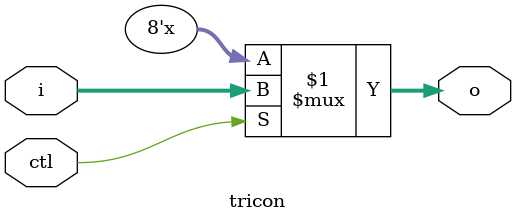
<source format=v>
/*******************************************************************************
* (c) 2016 Synopsys, Inc.
*
* This file and it's contents are proprietary to Synopsys, Inc. and may 
* only be used pursuant to the terms and conditions of a written license 
* agreement with Synopsys, Inc. All other use, reproduction, modification, 
* or distribution of this file is stricly prohibited.
*******************************************************************************/

module tricon (o, i, ctl);
  output [7:0] o;
  input  [7:0] i;
  input        ctl;

  assign o = ctl ? i : 8'bz;

endmodule

</source>
